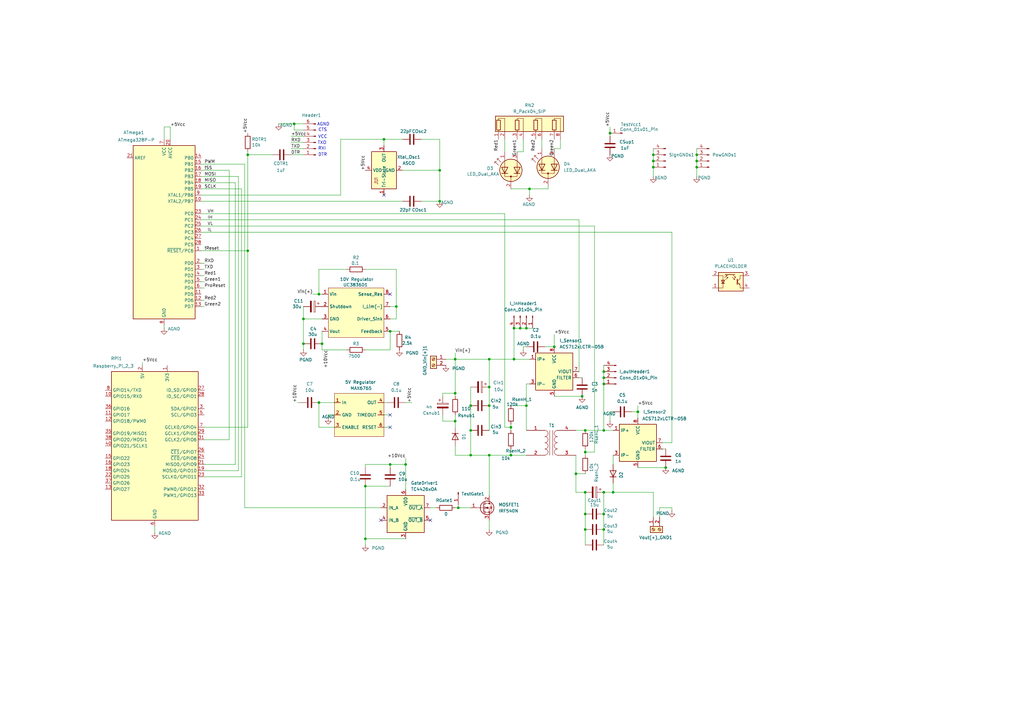
<source format=kicad_sch>
(kicad_sch (version 20250114) (generator "eeschema") (generator_version "9.0")
  (paper "A3")
  (title_block (title "EV Microgrid Flyback Converter") (company "Cal Poly, Senior Project"))
  (lib_symbols
    (symbol "C_1" (pin_numbers (hide yes)) (pin_names (offset 0.254))
      (property "Reference" "C" (at 0.635 2.54 0))
      (property "Value" "C" (at 0.635 -2.54 0))
      (symbol "C_1_1_1"
        (pin passive line (at 0 3.81 270) (length 2.794) (name "~") (number "1"))
        (pin passive line (at 0 -3.81 90) (length 2.794) (name "~") (number "2"))
      )
    )
    (symbol "Connector:Conn_01x01_Pin" (pin_names (offset 1.016) (hide yes))
      (property "Reference" "J" (at 0 2.54 0))
      (property "Value" "Conn_01x01_Pin" (at 0 -2.54 0))
      (symbol "Conn_01x01_Pin_1_1"
        (pin passive line (at 5.08 0 180) (length 3.81) (name "Pin_1") (number "1"))
      )
    )
    (symbol "Connector:Conn_01x04_Pin" (pin_names (offset 1.016) (hide yes))
      (property "Reference" "J" (at 0 5.08 0))
      (property "Value" "Conn_01x04_Pin" (at 0 -7.62 0))
      (symbol "Conn_01x04_Pin_1_1"
        (pin passive line (at 5.08 2.54 180) (length 3.81) (name "Pin_1") (number "1"))
        (pin passive line (at 5.08 0 180) (length 3.81) (name "Pin_2") (number "2"))
        (pin passive line (at 5.08 -2.54 180) (length 3.81) (name "Pin_3") (number "3"))
        (pin passive line (at 5.08 -5.08 180) (length 3.81) (name "Pin_4") (number "4"))
      )
    )
    (symbol "Connector:Raspberry_Pi_2_3"
      (property "Reference" "J" (at -17.78 31.75 0))
      (property "Value" "Raspberry_Pi_2_3" (at 10.16 -31.75 0))
      (symbol "Raspberry_Pi_2_3_1_1"
        (pin bidirectional line (at -20.32 22.86 0) (length 2.54) (name "GPIO14/TXD") (number "8"))
        (pin bidirectional line (at -20.32 20.32 0) (length 2.54) (name "GPIO15/RXD") (number "10"))
        (pin bidirectional line (at -20.32 15.24 0) (length 2.54) (name "GPIO16") (number "36"))
        (pin bidirectional line (at -20.32 12.7 0) (length 2.54) (name "GPIO17") (number "11"))
        (pin bidirectional line (at -20.32 10.16 0) (length 2.54) (name "GPIO18/PWM0") (number "12"))
        (pin bidirectional line (at -20.32 5.08 0) (length 2.54) (name "GPIO19/MISO1") (number "35"))
        (pin bidirectional line (at -20.32 2.54 0) (length 2.54) (name "GPIO20/MOSI1") (number "38"))
        (pin bidirectional line (at -20.32 0 0) (length 2.54) (name "GPIO21/SCLK1") (number "40"))
        (pin bidirectional line (at -20.32 -5.08 0) (length 2.54) (name "GPIO22") (number "15"))
        (pin bidirectional line (at -20.32 -7.62 0) (length 2.54) (name "GPIO23") (number "16"))
        (pin bidirectional line (at -20.32 -10.16 0) (length 2.54) (name "GPIO24") (number "18"))
        (pin bidirectional line (at -20.32 -12.7 0) (length 2.54) (name "GPIO25") (number "22"))
        (pin bidirectional line (at -20.32 -15.24 0) (length 2.54) (name "GPIO26") (number "37"))
        (pin bidirectional line (at -20.32 -17.78 0) (length 2.54) (name "GPIO27") (number "13"))
        (pin power_in line (at -5.08 33.02 270) (length 2.54) (name "5V") (number "2"))
        (pin passive line (at -5.08 33.02 270) (length 2.54) (hide yes) (name "5V") (number "4"))
        (pin passive line (at 0 -33.02 90) (length 2.54) (hide yes) (name "GND") (number "14"))
        (pin passive line (at 0 -33.02 90) (length 2.54) (hide yes) (name "GND") (number "20"))
        (pin passive line (at 0 -33.02 90) (length 2.54) (hide yes) (name "GND") (number "25"))
        (pin passive line (at 0 -33.02 90) (length 2.54) (hide yes) (name "GND") (number "30"))
        (pin passive line (at 0 -33.02 90) (length 2.54) (hide yes) (name "GND") (number "34"))
        (pin passive line (at 0 -33.02 90) (length 2.54) (hide yes) (name "GND") (number "39"))
        (pin power_in line (at 0 -33.02 90) (length 2.54) (name "GND") (number "6"))
        (pin passive line (at 0 -33.02 90) (length 2.54) (hide yes) (name "GND") (number "9"))
        (pin power_in line (at 5.08 33.02 270) (length 2.54) (name "3V3") (number "1"))
        (pin passive line (at 5.08 33.02 270) (length 2.54) (hide yes) (name "3V3") (number "17"))
        (pin bidirectional line (at 20.32 22.86 180) (length 2.54) (name "ID_SD/GPIO0") (number "27"))
        (pin bidirectional line (at 20.32 20.32 180) (length 2.54) (name "ID_SC/GPIO1") (number "28"))
        (pin bidirectional line (at 20.32 15.24 180) (length 2.54) (name "SDA/GPIO2") (number "3"))
        (pin bidirectional line (at 20.32 12.7 180) (length 2.54) (name "SCL/GPIO3") (number "5"))
        (pin bidirectional line (at 20.32 7.62 180) (length 2.54) (name "GCLK0/GPIO4") (number "7"))
        (pin bidirectional line (at 20.32 5.08 180) (length 2.54) (name "GCLK1/GPIO5") (number "29"))
        (pin bidirectional line (at 20.32 2.54 180) (length 2.54) (name "GCLK2/GPIO6") (number "31"))
        (pin bidirectional line (at 20.32 -2.54 180) (length 2.54) (name "~{CE1}/GPIO7") (number "26"))
        (pin bidirectional line (at 20.32 -5.08 180) (length 2.54) (name "~{CE0}/GPIO8") (number "24"))
        (pin bidirectional line (at 20.32 -7.62 180) (length 2.54) (name "MISO0/GPIO9") (number "21"))
        (pin bidirectional line (at 20.32 -10.16 180) (length 2.54) (name "MOSI0/GPIO10") (number "19"))
        (pin bidirectional line (at 20.32 -12.7 180) (length 2.54) (name "SCLK0/GPIO11") (number "23"))
        (pin bidirectional line (at 20.32 -17.78 180) (length 2.54) (name "PWM0/GPIO12") (number "32"))
        (pin bidirectional line (at 20.32 -20.32 180) (length 2.54) (name "PWM1/GPIO13") (number "33"))
      )
    )
    (symbol "Connector:Screw_Terminal_01x02" (pin_names (offset 1.016) (hide yes))
      (property "Reference" "J" (at 0 2.54 0))
      (property "Value" "Screw_Terminal_01x02" (at 0 -5.08 0))
      (symbol "Screw_Terminal_01x02_1_1"
        (pin passive line (at -5.08 0 0) (length 3.81) (name "Pin_1") (number "1"))
        (pin passive line (at -5.08 -2.54 0) (length 3.81) (name "Pin_2") (number "2"))
      )
    )
    (symbol "Device:C" (pin_numbers (hide yes)) (pin_names (offset 0.254))
      (property "Reference" "C" (at 0.635 2.54 0))
      (property "Value" "C" (at 0.635 -2.54 0))
      (symbol "C_1_1"
        (pin passive line (at 0 3.81 270) (length 2.794) (name "~") (number "1"))
        (pin passive line (at 0 -3.81 90) (length 2.794) (name "~") (number "2"))
      )
    )
    (symbol "Device:C_Polarized" (pin_numbers (hide yes)) (pin_names (offset 0.254))
      (property "Reference" "C" (at 0.635 2.54 0))
      (property "Value" "C_Polarized" (at 0.635 -2.54 0))
      (symbol "C_Polarized_1_1"
        (pin passive line (at 0 3.81 270) (length 2.794) (name "~") (number "1"))
        (pin passive line (at 0 -3.81 90) (length 2.794) (name "~") (number "2"))
      )
    )
    (symbol "Device:D" (pin_numbers (hide yes)) (pin_names (offset 1.016) (hide yes))
      (property "Reference" "D" (at 0 2.54 0))
      (property "Value" "D" (at 0 -2.54 0))
      (symbol "D_1_1"
        (pin passive line (at -3.81 0 0) (length 2.54) (name "K") (number "1"))
        (pin passive line (at 3.81 0 180) (length 2.54) (name "A") (number "2"))
      )
    )
    (symbol "Device:LED_Dual_AKA" (pin_names (offset 0) (hide yes))
      (property "Reference" "D" (at 0 5.715 0))
      (property "Value" "LED_Dual_AKA" (at 0 -6.35 0))
      (symbol "LED_Dual_AKA_1_1"
        (pin input line (at -7.62 0 0) (length 3.048) (name "K") (number "2"))
        (pin input line (at 7.62 2.54 180) (length 3.81) (name "A1") (number "1"))
        (pin input line (at 7.62 -2.54 180) (length 3.81) (name "A2") (number "3"))
      )
    )
    (symbol "Device:R" (pin_numbers (hide yes)) (pin_names (offset 0))
      (property "Reference" "R" (at 2.032 0 90))
      (property "Value" "R" (at 0 0 90))
      (symbol "R_1_1"
        (pin passive line (at 0 3.81 270) (length 1.27) (name "~") (number "1"))
        (pin passive line (at 0 -3.81 90) (length 1.27) (name "~") (number "2"))
      )
    )
    (symbol "Device:R_Pack04_SIP" (pin_names (offset 0) (hide yes))
      (property "Reference" "RN" (at -15.24 0 90))
      (property "Value" "R_Pack04_SIP" (at 15.24 0 90))
      (symbol "R_Pack04_SIP_1_1"
        (pin passive line (at -12.7 -5.08 90) (length 3.81) (name "R1.1") (number "1"))
        (pin passive line (at -10.16 -5.08 90) (length 3.81) (name "R1.2") (number "2"))
        (pin passive line (at -5.08 -5.08 90) (length 3.81) (name "R2.1") (number "3"))
        (pin passive line (at -2.54 -5.08 90) (length 3.81) (name "R2.2") (number "4"))
        (pin passive line (at 2.54 -5.08 90) (length 3.81) (name "R3.1") (number "5"))
        (pin passive line (at 5.08 -5.08 90) (length 3.81) (name "R3.2") (number "6"))
        (pin passive line (at 10.16 -5.08 90) (length 3.81) (name "R4.1") (number "7"))
        (pin passive line (at 12.7 -5.08 90) (length 3.81) (name "R4.2") (number "8"))
      )
    )
    (symbol "Device:Transformer_1P_1S" (pin_names (offset 1.016) (hide yes))
      (property "Reference" "T" (at 0 6.35 0))
      (property "Value" "Transformer_1P_1S" (at 0 -7.62 0))
      (symbol "Transformer_1P_1S_1_1"
        (pin passive line (at -10.16 5.08 0) (length 7.62) (name "AA") (number "1"))
        (pin passive line (at -10.16 -5.08 0) (length 7.62) (name "AB") (number "2"))
        (pin passive line (at 10.16 5.08 180) (length 7.62) (name "SB") (number "4"))
        (pin passive line (at 10.16 -5.08 180) (length 7.62) (name "SA") (number "3"))
      )
    )
    (symbol "Driver_FET:TC4426xOA"
      (property "Reference" "U" (at -7.62 8.89 0))
      (property "Value" "TC4426xOA" (at 1.27 8.89 0))
      (symbol "TC4426xOA_1_1"
        (pin input line (at -10.16 2.54 0) (length 2.54) (name "IN_A") (number "2"))
        (pin input line (at -10.16 -2.54 0) (length 2.54) (name "IN_B") (number "4"))
        (pin no_connect line (at -7.62 0 0) (length 2.54) (hide yes) (name "NC") (number "1"))
        (pin power_in line (at 0 10.16 270) (length 2.54) (name "VDD") (number "6"))
        (pin power_in line (at 0 -10.16 90) (length 2.54) (name "GND") (number "3"))
        (pin no_connect line (at 7.62 0 180) (length 2.54) (hide yes) (name "NC") (number "8"))
        (pin output line (at 10.16 2.54 180) (length 2.54) (name "~{OUT_A}") (number "7"))
        (pin output line (at 10.16 -2.54 180) (length 2.54) (name "~{OUT_B}") (number "5"))
      )
    )
    (symbol "MCU_Microchip_ATmega:ATmega328P-P"
      (property "Reference" "U" (at -12.7 36.83 0))
      (property "Value" "ATmega328P-P" (at 2.54 -36.83 0))
      (symbol "ATmega328P-P_1_1"
        (pin passive line (at -15.24 30.48 0) (length 2.54) (name "AREF") (number "21"))
        (pin power_in line (at 0 38.1 270) (length 2.54) (name "VCC") (number "7"))
        (pin passive line (at 0 -38.1 90) (length 2.54) (hide yes) (name "GND") (number "22"))
        (pin power_in line (at 0 -38.1 90) (length 2.54) (name "GND") (number "8"))
        (pin power_in line (at 2.54 38.1 270) (length 2.54) (name "AVCC") (number "20"))
        (pin bidirectional line (at 15.24 30.48 180) (length 2.54) (name "PB0") (number "14"))
        (pin bidirectional line (at 15.24 27.94 180) (length 2.54) (name "PB1") (number "15"))
        (pin bidirectional line (at 15.24 25.4 180) (length 2.54) (name "PB2") (number "16"))
        (pin bidirectional line (at 15.24 22.86 180) (length 2.54) (name "PB3") (number "17"))
        (pin bidirectional line (at 15.24 20.32 180) (length 2.54) (name "PB4") (number "18"))
        (pin bidirectional line (at 15.24 17.78 180) (length 2.54) (name "PB5") (number "19"))
        (pin bidirectional line (at 15.24 15.24 180) (length 2.54) (name "XTAL1/PB6") (number "9"))
        (pin bidirectional line (at 15.24 12.7 180) (length 2.54) (name "XTAL2/PB7") (number "10"))
        (pin bidirectional line (at 15.24 7.62 180) (length 2.54) (name "PC0") (number "23"))
        (pin bidirectional line (at 15.24 5.08 180) (length 2.54) (name "PC1") (number "24"))
        (pin bidirectional line (at 15.24 2.54 180) (length 2.54) (name "PC2") (number "25"))
        (pin bidirectional line (at 15.24 0 180) (length 2.54) (name "PC3") (number "26"))
        (pin bidirectional line (at 15.24 -2.54 180) (length 2.54) (name "PC4") (number "27"))
        (pin bidirectional line (at 15.24 -5.08 180) (length 2.54) (name "PC5") (number "28"))
        (pin bidirectional line (at 15.24 -7.62 180) (length 2.54) (name "~{RESET}/PC6") (number "1"))
        (pin bidirectional line (at 15.24 -12.7 180) (length 2.54) (name "PD0") (number "2"))
        (pin bidirectional line (at 15.24 -15.24 180) (length 2.54) (name "PD1") (number "3"))
        (pin bidirectional line (at 15.24 -17.78 180) (length 2.54) (name "PD2") (number "4"))
        (pin bidirectional line (at 15.24 -20.32 180) (length 2.54) (name "PD3") (number "5"))
        (pin bidirectional line (at 15.24 -22.86 180) (length 2.54) (name "PD4") (number "6"))
        (pin bidirectional line (at 15.24 -25.4 180) (length 2.54) (name "PD5") (number "11"))
        (pin bidirectional line (at 15.24 -27.94 180) (length 2.54) (name "PD6") (number "12"))
        (pin bidirectional line (at 15.24 -30.48 180) (length 2.54) (name "PD7") (number "13"))
      )
    )
    (symbol "New_Library:MAX6765"
      (property "Reference" "MAX6765" (at 0.762 0.762 0))
      (property "Value" "5V Regulator" (at 0.508 3.302 0))
      (symbol "MAX6765_1_1"
        (pin input line (at -10.16 -5.08 0) (length 2.54) (name "In") (number "1"))
        (pin input line (at -10.16 -10.16 0) (length 2.54) (name "GND") (number "2"))
        (pin input line (at -10.16 -15.24 0) (length 2.54) (name "ENABLE") (number "3"))
        (pin input line (at 10.16 -5.08 180) (length 2.54) (name "OUT") (number "4"))
        (pin input line (at 10.16 -10.16 180) (length 2.54) (name "TIMEOUT") (number "5"))
        (pin input line (at 10.16 -15.24 180) (length 2.54) (name "RESET") (number "6"))
      )
    )
    (symbol "Oscillator:ASCO"
      (property "Reference" "Y" (at -7.62 6.35 0))
      (property "Value" "ASCO" (at 1.27 -6.35 0))
      (symbol "ASCO_1_1"
        (pin input line (at -10.16 0 0) (length 2.54) (name "Tri-State") (number "1"))
        (pin power_in line (at 0 7.62 270) (length 2.54) (name "VDD") (number "4"))
        (pin power_in line (at 0 -7.62 90) (length 2.54) (name "GND") (number "2"))
        (pin output line (at 10.16 0 180) (length 2.54) (name "OUT") (number "3"))
      )
    )
    (symbol "Regulator:UC2836D"
      (property "Reference" "UC2836D" (at 0 0 0))
      (symbol "UC2836D_1_1"
        (pin input line (at -13.97 -3.81 0) (length 2.54) (name "Vin") (number "1"))
        (pin input line (at -13.97 -8.89 0) (length 2.54) (name "Shutdown") (number "2"))
        (pin output line (at -13.97 -13.97 0) (length 2.54) (name "GND") (number "3"))
        (pin output line (at -13.97 -19.05 0) (length 2.54) (name "Vout") (number "4"))
        (pin unspecified line (at 13.97 -3.81 180) (length 2.54) (name "Sense_Res") (number "8"))
        (pin output line (at 13.97 -8.89 180) (length 2.54) (name "I_Lim(-)") (number "7"))
        (pin input line (at 13.97 -13.97 180) (length 2.54) (name "Driver_Sink") (number "6"))
        (pin input line (at 13.97 -19.05 180) (length 2.54) (name "Feedback") (number "5"))
      )
    )
    (symbol "Sensor_Current:ACS712xLCTR-05B"
      (property "Reference" "U" (at 2.54 11.43 0))
      (property "Value" "ACS712xLCTR-05B" (at 2.54 8.89 0))
      (symbol "ACS712xLCTR-05B_1_1"
        (pin passive line (at -10.16 5.08 0) (length 2.54) (name "IP+") (number "1"))
        (pin passive line (at -10.16 5.08 0) (length 2.54) (hide yes) (name "IP+") (number "2"))
        (pin passive line (at -10.16 -5.08 0) (length 2.54) (name "IP-") (number "3"))
        (pin passive line (at -10.16 -5.08 0) (length 2.54) (hide yes) (name "IP-") (number "4"))
        (pin power_in line (at 0 10.16 270) (length 2.54) (name "VCC") (number "8"))
        (pin power_in line (at 0 -10.16 90) (length 2.54) (name "GND") (number "5"))
        (pin output line (at 10.16 0 180) (length 2.54) (name "VIOUT") (number "7"))
        (pin passive line (at 10.16 -2.54 180) (length 2.54) (name "FILTER") (number "6"))
      )
    )
    (symbol "Sensor_Proximity:ITR8307" (pin_names (offset 0.0254) (hide yes))
      (property "Reference" "U" (at -5.08 5.08 0))
      (property "Value" "ITR8307" (at 7.62 5.08 0))
      (symbol "ITR8307_1_1"
        (pin passive line (at -7.62 2.54 0) (length 2.54) (name "A") (number "2"))
        (pin passive line (at -7.62 -2.54 0) (length 2.54) (name "K") (number "1"))
        (pin open_collector line (at 7.62 2.54 180) (length 2.54) (name "C") (number "3"))
        (pin open_emitter line (at 7.62 -2.54 180) (length 2.54) (name "E") (number "4"))
      )
    )
    (symbol "Transistor_FET:IRF540N" (pin_names (hide yes))
      (property "Reference" "Q" (at 5.08 1.905 0))
      (property "Value" "IRF540N" (at 5.08 0 0))
      (symbol "IRF540N_1_1"
        (pin input line (at -5.08 0 0) (length 2.54) (name "G") (number "1"))
        (pin passive line (at 2.54 5.08 270) (length 2.54) (name "D") (number "2"))
        (pin passive line (at 2.54 -5.08 90) (length 2.54) (name "S") (number "3"))
      )
    )
    (symbol "conn_01x06_male:Conn_01x06_Male" (pin_names (offset 1.016) (hide yes))
      (property "Reference" "HeaderFTDI1" (at -6.35 -1.524 0))
      (property "Value" "Conn_01x06_Male" (at -6.35 -3.8354 0))
      (symbol "Conn_01x06_Male_1_1"
        (pin passive line (at 5.08 5.08 180) (length 3.81) (name "Pin_1") (number "1"))
        (pin passive line (at 5.08 2.54 180) (length 3.81) (name "Pin_2") (number "2"))
        (pin passive line (at 5.08 0 180) (length 3.81) (name "Pin_3") (number "3"))
        (pin passive line (at 5.08 -2.54 180) (length 3.81) (name "Pin_4") (number "4"))
        (pin passive line (at 5.08 -5.08 180) (length 3.81) (name "Pin_5") (number "5"))
        (pin passive line (at 5.08 -7.62 180) (length 3.81) (name "Pin_6") (number "6"))
      )
    )
    (symbol "power:GND" (power) (pin_numbers (hide yes)) (pin_names (offset 0) (hide yes))
      (property "Value" "GND" (at 0 -3.81 0))
      (symbol "GND_1_1"
        (pin power_in line (at 0 0 270) (length 0) (name "~") (number "1"))
      )
    )
  )
  (text "AGND\n\n" (at 132.588 52.07 0) (effects (font (size 1.27 1.27))))
  (text "VCC" (at 132.334 56.134 0) (effects (font (size 1.27 1.27))))
  (text "RXI\n" (at 132.08 60.96 0) (effects (font (size 1.27 1.27))))
  (text "CTS\n" (at 132.334 53.34 0) (effects (font (size 1.27 1.27))))
  (text "TXO\n\n" (at 132.08 59.69 0) (effects (font (size 1.27 1.27))))
  (text "DTR\n" (at 132.334 63.5 0) (effects (font (size 1.27 1.27))))
  (junction (at 285.75 68.58))
  (junction (at 187.96 208.28))
  (junction (at 209.55 175.26))
  (junction (at 193.04 166.37))
  (junction (at 217.17 77.47))
  (junction (at 285.75 63.5))
  (junction (at 247.65 201.93))
  (junction (at 285.75 66.04))
  (junction (at 240.03 185.42))
  (junction (at 200.66 186.69))
  (junction (at 247.65 210.82))
  (junction (at 186.69 172.72))
  (junction (at 238.76 162.56))
  (junction (at 247.65 154.94))
  (junction (at 273.05 191.77))
  (junction (at 130.81 165.1))
  (junction (at 247.65 176.53))
  (junction (at 250.19 54.61))
  (junction (at 215.9 166.37))
  (junction (at 210.82 134.62))
  (junction (at 240.03 217.17))
  (junction (at 240.03 176.53))
  (junction (at 120.65 50.8))
  (junction (at 240.03 210.82))
  (junction (at 160.02 135.89))
  (junction (at 267.97 66.04))
  (junction (at 124.46 130.81))
  (junction (at 213.36 134.62))
  (junction (at 180.34 69.85))
  (junction (at 240.03 201.93))
  (junction (at 227.33 142.24))
  (junction (at 101.6 63.5))
  (junction (at 186.69 147.32))
  (junction (at 157.48 57.15))
  (junction (at 261.62 168.91))
  (junction (at 236.22 194.31))
  (junction (at 247.65 157.48))
  (junction (at 251.46 201.93))
  (junction (at 130.81 120.65))
  (junction (at 149.86 199.39))
  (junction (at 101.6 102.87))
  (junction (at 267.97 68.58))
  (junction (at 215.9 134.62))
  (junction (at 186.69 161.29))
  (junction (at 166.37 190.5))
  (junction (at 149.86 220.98))
  (junction (at 210.82 147.32))
  (junction (at 267.97 63.5))
  (junction (at 193.04 176.53))
  (junction (at 200.66 166.37))
  (junction (at 247.65 152.4))
  (junction (at 200.66 158.75))
  (junction (at 162.56 125.73))
  (junction (at 200.66 147.32))
  (junction (at 132.08 140.97))
  (junction (at 209.55 186.69))
  (junction (at 180.34 82.55))
  (junction (at 160.02 190.5))
  (junction (at 193.04 186.69))
  (junction (at 124.46 140.97))
  (junction (at 247.65 217.17))
  (no_connect (at 160.02 120.65))
  (no_connect (at 160.02 175.26))
  (no_connect (at 176.53 213.36))
  (no_connect (at 156.21 213.36))
  (no_connect (at 157.48 80.01))
  (no_connect (at 160.02 170.18))
  (wire (pts (xy 130.81 175.26) (xy 130.81 165.1)))
  (wire (pts (xy 209.55 166.37) (xy 215.9 166.37)))
  (wire (pts (xy 217.17 77.47) (xy 217.17 80.01)))
  (wire (pts (xy 149.86 199.39) (xy 160.02 199.39)))
  (wire (pts (xy 101.6 63.5) (xy 111.76 63.5)))
  (wire (pts (xy 182.88 147.32) (xy 186.69 147.32)))
  (wire (pts (xy 67.31 133.35) (xy 67.31 134.62)))
  (wire (pts (xy 247.65 157.48) (xy 247.65 176.53)))
  (wire (pts (xy 261.62 191.77) (xy 273.05 191.77)))
  (wire (pts (xy 119.38 63.5) (xy 124.46 63.5)))
  (wire (pts (xy 209.55 173.99) (xy 209.55 175.26)))
  (wire (pts (xy 162.56 130.81) (xy 162.56 125.73)))
  (wire (pts (xy 181.61 161.29) (xy 186.69 161.29)))
  (wire (pts (xy 120.65 50.8) (xy 120.65 53.34)))
  (wire (pts (xy 67.31 57.15) (xy 67.31 52.07)))
  (wire (pts (xy 67.31 52.07) (xy 69.85 52.07)))
  (wire (pts (xy 96.52 74.93) (xy 82.55 74.93)))
  (wire (pts (xy 267.97 66.04) (xy 267.97 68.58)))
  (wire (pts (xy 139.7 57.15) (xy 139.7 80.01)))
  (wire (pts (xy 200.66 147.32) (xy 210.82 147.32)))
  (wire (pts (xy 82.55 118.11) (xy 83.82 118.11)))
  (wire (pts (xy 130.81 120.65) (xy 130.81 110.49)))
  (wire (pts (xy 162.56 125.73) (xy 160.02 125.73)))
  (wire (pts (xy 243.84 185.42) (xy 240.03 185.42)))
  (wire (pts (xy 157.48 165.1) (xy 158.75 165.1)))
  (wire (pts (xy 186.69 172.72) (xy 186.69 170.18)))
  (wire (pts (xy 82.55 87.63) (xy 207.01 87.63)))
  (wire (pts (xy 224.79 77.47) (xy 224.79 76.2)))
  (wire (pts (xy 193.04 166.37) (xy 193.04 176.53)))
  (wire (pts (xy 83.82 193.04) (xy 97.79 193.04)))
  (wire (pts (xy 210.82 134.62) (xy 210.82 147.32)))
  (wire (pts (xy 128.27 120.65) (xy 130.81 120.65)))
  (wire (pts (xy 82.55 123.19) (xy 83.82 123.19)))
  (wire (pts (xy 236.22 201.93) (xy 240.03 201.93)))
  (wire (pts (xy 207.01 87.63) (xy 207.01 175.26)))
  (wire (pts (xy 97.79 193.04) (xy 97.79 72.39)))
  (wire (pts (xy 236.22 186.69) (xy 236.22 194.31)))
  (wire (pts (xy 187.96 208.28) (xy 193.04 208.28)))
  (wire (pts (xy 132.08 143.51) (xy 142.24 143.51)))
  (wire (pts (xy 130.81 110.49) (xy 142.24 110.49)))
  (wire (pts (xy 240.03 217.17) (xy 240.03 223.52)))
  (wire (pts (xy 193.04 176.53) (xy 193.04 186.69)))
  (wire (pts (xy 285.75 68.58) (xy 285.75 72.39)))
  (wire (pts (xy 209.55 175.26) (xy 209.55 176.53)))
  (wire (pts (xy 250.19 54.61) (xy 250.19 55.88)))
  (wire (pts (xy 166.37 190.5) (xy 166.37 187.96)))
  (wire (pts (xy 82.55 82.55) (xy 165.1 82.55)))
  (wire (pts (xy 83.82 175.26) (xy 101.6 175.26)))
  (wire (pts (xy 193.04 158.75) (xy 193.04 166.37)))
  (wire (pts (xy 99.06 77.47) (xy 82.55 77.47)))
  (wire (pts (xy 223.52 142.24) (xy 227.33 142.24)))
  (wire (pts (xy 247.65 176.53) (xy 251.46 176.53)))
  (wire (pts (xy 186.69 161.29) (xy 186.69 147.32)))
  (wire (pts (xy 132.08 140.97) (xy 132.08 143.51)))
  (wire (pts (xy 157.48 57.15) (xy 157.48 59.69)))
  (wire (pts (xy 270.51 208.28) (xy 270.51 212.09)))
  (wire (pts (xy 124.46 125.73) (xy 124.46 130.81)))
  (wire (pts (xy 100.33 208.28) (xy 156.21 208.28)))
  (wire (pts (xy 247.65 149.86) (xy 247.65 152.4)))
  (wire (pts (xy 247.65 210.82) (xy 247.65 201.93)))
  (wire (pts (xy 247.65 152.4) (xy 247.65 154.94)))
  (wire (pts (xy 267.97 201.93) (xy 251.46 201.93)))
  (wire (pts (xy 82.55 110.49) (xy 83.82 110.49)))
  (wire (pts (xy 247.65 201.93) (xy 251.46 201.93)))
  (wire (pts (xy 162.56 110.49) (xy 162.56 125.73)))
  (wire (pts (xy 236.22 176.53) (xy 240.03 176.53)))
  (wire (pts (xy 82.55 107.95) (xy 83.82 107.95)))
  (wire (pts (xy 186.69 162.56) (xy 186.69 161.29)))
  (wire (pts (xy 149.86 110.49) (xy 162.56 110.49)))
  (wire (pts (xy 121.92 165.1) (xy 123.19 165.1)))
  (wire (pts (xy 214.63 142.24) (xy 214.63 143.51)))
  (wire (pts (xy 101.6 62.23) (xy 101.6 63.5)))
  (wire (pts (xy 82.55 102.87) (xy 101.6 102.87)))
  (wire (pts (xy 251.46 168.91) (xy 250.19 168.91)))
  (wire (pts (xy 285.75 63.5) (xy 285.75 66.04)))
  (wire (pts (xy 250.19 168.91) (xy 250.19 172.72)))
  (wire (pts (xy 101.6 102.87) (xy 101.6 63.5)))
  (wire (pts (xy 247.65 217.17) (xy 247.65 210.82)))
  (wire (pts (xy 82.55 92.71) (xy 243.84 92.71)))
  (wire (pts (xy 271.78 181.61) (xy 275.59 181.61)))
  (wire (pts (xy 237.49 152.4) (xy 237.49 90.17)))
  (wire (pts (xy 236.22 194.31) (xy 240.03 194.31)))
  (wire (pts (xy 222.25 57.15) (xy 222.25 60.96)))
  (wire (pts (xy 227.33 137.16) (xy 227.33 142.24)))
  (wire (pts (xy 120.65 50.8) (xy 124.46 50.8)))
  (wire (pts (xy 209.55 184.15) (xy 209.55 186.69)))
  (wire (pts (xy 58.42 148.59) (xy 58.42 149.86)))
  (wire (pts (xy 82.55 69.85) (xy 93.98 69.85)))
  (wire (pts (xy 207.01 57.15) (xy 207.01 62.23)))
  (wire (pts (xy 82.55 95.25) (xy 275.59 95.25)))
  (wire (pts (xy 160.02 135.89) (xy 163.83 135.89)))
  (wire (pts (xy 200.66 158.75) (xy 200.66 166.37)))
  (wire (pts (xy 97.79 72.39) (xy 82.55 72.39)))
  (wire (pts (xy 139.7 57.15) (xy 157.48 57.15)))
  (wire (pts (xy 259.08 168.91) (xy 261.62 168.91)))
  (wire (pts (xy 139.7 80.01) (xy 82.55 80.01)))
  (wire (pts (xy 119.38 60.96) (xy 124.46 60.96)))
  (wire (pts (xy 63.5 215.9) (xy 63.5 218.44)))
  (wire (pts (xy 267.97 60.96) (xy 267.97 63.5)))
  (wire (pts (xy 209.55 186.69) (xy 200.66 186.69)))
  (wire (pts (xy 267.97 201.93) (xy 267.97 212.09)))
  (wire (pts (xy 186.69 144.78) (xy 186.69 147.32)))
  (wire (pts (xy 215.9 157.48) (xy 215.9 166.37)))
  (wire (pts (xy 285.75 60.96) (xy 285.75 63.5)))
  (wire (pts (xy 119.38 55.88) (xy 124.46 55.88)))
  (wire (pts (xy 209.55 77.47) (xy 217.17 77.47)))
  (wire (pts (xy 181.61 170.18) (xy 181.61 172.72)))
  (wire (pts (xy 247.65 154.94) (xy 247.65 157.48)))
  (wire (pts (xy 210.82 134.62) (xy 213.36 134.62)))
  (wire (pts (xy 180.34 57.15) (xy 180.34 69.85)))
  (wire (pts (xy 237.49 90.17) (xy 82.55 90.17)))
  (wire (pts (xy 119.38 58.42) (xy 124.46 58.42)))
  (wire (pts (xy 100.33 67.31) (xy 100.33 208.28)))
  (wire (pts (xy 186.69 175.26) (xy 186.69 172.72)))
  (wire (pts (xy 137.16 165.1) (xy 130.81 165.1)))
  (wire (pts (xy 217.17 77.47) (xy 224.79 77.47)))
  (wire (pts (xy 160.02 170.18) (xy 157.48 170.18)))
  (wire (pts (xy 207.01 175.26) (xy 209.55 175.26)))
  (wire (pts (xy 181.61 162.56) (xy 181.61 161.29)))
  (wire (pts (xy 176.53 208.28) (xy 179.07 208.28)))
  (wire (pts (xy 124.46 130.81) (xy 132.08 130.81)))
  (wire (pts (xy 270.51 208.28) (xy 275.59 208.28)))
  (wire (pts (xy 227.33 60.96) (xy 229.87 60.96)))
  (wire (pts (xy 82.55 67.31) (xy 100.33 67.31)))
  (wire (pts (xy 215.9 142.24) (xy 214.63 142.24)))
  (wire (pts (xy 160.02 190.5) (xy 160.02 191.77)))
  (wire (pts (xy 157.48 57.15) (xy 165.1 57.15)))
  (wire (pts (xy 247.65 223.52) (xy 247.65 217.17)))
  (wire (pts (xy 149.86 220.98) (xy 149.86 223.52)))
  (wire (pts (xy 229.87 57.15) (xy 229.87 60.96)))
  (wire (pts (xy 124.46 143.51) (xy 124.46 140.97)))
  (wire (pts (xy 82.55 115.57) (xy 83.82 115.57)))
  (wire (pts (xy 200.66 213.36) (xy 200.66 217.17)))
  (wire (pts (xy 267.97 68.58) (xy 267.97 72.39)))
  (wire (pts (xy 160.02 130.81) (xy 162.56 130.81)))
  (wire (pts (xy 82.55 113.03) (xy 83.82 113.03)))
  (wire (pts (xy 217.17 157.48) (xy 215.9 157.48)))
  (wire (pts (xy 240.03 210.82) (xy 240.03 217.17)))
  (wire (pts (xy 200.66 147.32) (xy 200.66 158.75)))
  (wire (pts (xy 243.84 92.71) (xy 243.84 185.42)))
  (wire (pts (xy 240.03 185.42) (xy 240.03 184.15)))
  (wire (pts (xy 187.96 207.01) (xy 187.96 208.28)))
  (wire (pts (xy 166.37 165.1) (xy 168.91 165.1)))
  (wire (pts (xy 215.9 166.37) (xy 215.9 176.53)))
  (wire (pts (xy 134.62 170.18) (xy 137.16 170.18)))
  (wire (pts (xy 130.81 175.26) (xy 137.16 175.26)))
  (wire (pts (xy 96.52 190.5) (xy 96.52 74.93)))
  (wire (pts (xy 210.82 147.32) (xy 217.17 147.32)))
  (wire (pts (xy 200.66 166.37) (xy 200.66 176.53)))
  (wire (pts (xy 149.86 199.39) (xy 149.86 220.98)))
  (wire (pts (xy 180.34 69.85) (xy 180.34 82.55)))
  (wire (pts (xy 101.6 175.26) (xy 101.6 102.87)))
  (wire (pts (xy 186.69 186.69) (xy 186.69 182.88)))
  (wire (pts (xy 212.09 62.23) (xy 214.63 62.23)))
  (wire (pts (xy 251.46 201.93) (xy 251.46 198.12)))
  (wire (pts (xy 149.86 190.5) (xy 160.02 190.5)))
  (wire (pts (xy 186.69 186.69) (xy 193.04 186.69)))
  (wire (pts (xy 275.59 95.25) (xy 275.59 181.61)))
  (wire (pts (xy 251.46 186.69) (xy 251.46 190.5)))
  (wire (pts (xy 149.86 191.77) (xy 149.86 190.5)))
  (wire (pts (xy 83.82 190.5) (xy 96.52 190.5)))
  (wire (pts (xy 124.46 53.34) (xy 120.65 53.34)))
  (wire (pts (xy 93.98 180.34) (xy 83.82 180.34)))
  (wire (pts (xy 160.02 175.26) (xy 157.48 175.26)))
  (wire (pts (xy 186.69 147.32) (xy 200.66 147.32)))
  (wire (pts (xy 193.04 186.69) (xy 200.66 186.69)))
  (wire (pts (xy 124.46 130.81) (xy 124.46 140.97)))
  (wire (pts (xy 261.62 168.91) (xy 261.62 171.45)))
  (wire (pts (xy 166.37 190.5) (xy 160.02 190.5)))
  (wire (pts (xy 99.06 195.58) (xy 99.06 77.47)))
  (wire (pts (xy 240.03 176.53) (xy 247.65 176.53)))
  (wire (pts (xy 130.81 120.65) (xy 132.08 120.65)))
  (wire (pts (xy 93.98 180.34) (xy 93.98 69.85)))
  (wire (pts (xy 172.72 82.55) (xy 180.34 82.55)))
  (wire (pts (xy 261.62 166.37) (xy 261.62 168.91)))
  (wire (pts (xy 285.75 66.04) (xy 285.75 68.58)))
  (wire (pts (xy 186.69 208.28) (xy 187.96 208.28)))
  (wire (pts (xy 215.9 186.69) (xy 209.55 186.69)))
  (wire (pts (xy 82.55 125.73) (xy 83.82 125.73)))
  (wire (pts (xy 69.85 52.07) (xy 69.85 57.15)))
  (wire (pts (xy 165.1 69.85) (xy 180.34 69.85)))
  (wire (pts (xy 83.82 195.58) (xy 99.06 195.58)))
  (wire (pts (xy 267.97 63.5) (xy 267.97 66.04)))
  (wire (pts (xy 236.22 194.31) (xy 236.22 201.93)))
  (wire (pts (xy 114.3 50.8) (xy 120.65 50.8)))
  (wire (pts (xy 200.66 186.69) (xy 200.66 203.2)))
  (wire (pts (xy 240.03 186.69) (xy 240.03 185.42)))
  (wire (pts (xy 275.59 208.28) (xy 275.59 209.55)))
  (wire (pts (xy 134.62 170.18) (xy 134.62 171.45)))
  (wire (pts (xy 250.19 52.07) (xy 250.19 54.61)))
  (wire (pts (xy 215.9 134.62) (xy 218.44 134.62)))
  (wire (pts (xy 149.86 220.98) (xy 166.37 220.98)))
  (wire (pts (xy 240.03 201.93) (xy 240.03 210.82)))
  (wire (pts (xy 166.37 190.5) (xy 166.37 200.66)))
  (wire (pts (xy 213.36 134.62) (xy 215.9 134.62)))
  (wire (pts (xy 238.76 154.94) (xy 237.49 154.94)))
  (wire (pts (xy 214.63 57.15) (xy 214.63 62.23)))
  (wire (pts (xy 160.02 143.51) (xy 160.02 135.89)))
  (wire (pts (xy 227.33 162.56) (xy 238.76 162.56)))
  (wire (pts (xy 273.05 184.15) (xy 271.78 184.15)))
  (wire (pts (xy 181.61 172.72) (xy 186.69 172.72)))
  (wire (pts (xy 149.86 143.51) (xy 160.02 143.51)))
  (wire (pts (xy 132.08 135.89) (xy 132.08 140.97)))
  (wire (pts (xy 180.34 57.15) (xy 172.72 57.15)))
  (label "VL" (at 85.09 92.71 0))
  (label "Vin(+)" (at 186.69 144.78 0))
  (label "Red1" (at 204.47 57.15 270))
  (label "SCLK" (at 83.82 77.47 0))
  (label "PWM" (at 83.82 67.31 0))
  (label "RXD" (at 119.38 58.42 0))
  (label "Red1" (at 83.82 113.03 0))
  (label "Red2" (at 219.71 57.15 270))
  (label "+5Vcc" (at 168.91 165.1 90))
  (label "Vin(+)" (at 128.27 120.65 180))
  (label "ProReset" (at 83.82 118.11 0))
  (label "+5Vcc" (at 58.42 148.59 0))
  (label "MOSI" (at 83.82 72.39 0))
  (label "!SS" (at 83.82 69.85 0))
  (label "+10Vcc" (at 121.92 165.1 90))
  (label "+5Vcc" (at 149.86 69.85 90))
  (label "DTR" (at 119.38 63.5 0))
  (label "Green1" (at 83.82 115.57 0))
  (label "+5Vcc" (at 250.19 52.07 90))
  (label "MISO" (at 83.82 74.93 0))
  (label "RXD" (at 83.82 107.95 0))
  (label "IL" (at 85.09 95.25 0))
  (label "Green1" (at 212.09 57.15 270))
  (label "VH" (at 85.09 87.63 0))
  (label "+5Vcc" (at 69.85 52.07 0))
  (label "Green2" (at 227.33 57.15 270))
  (label "+5Vcc" (at 261.62 166.37 0))
  (label "Green2" (at 83.82 125.73 0))
  (label "!Reset" (at 83.82 102.87 0))
  (label "+10Vcc" (at 166.37 187.96 180))
  (label "+5Vcc" (at 227.33 137.16 0))
  (label "+5Vcc" (at 101.6 54.61 90))
  (label "IH" (at 85.09 90.17 0))
  (label "TXD" (at 83.82 110.49 0))
  (label "TXD" (at 119.38 60.96 0))
  (label "Red2" (at 83.82 123.19 0))
  (label "+10Vcc" (at 134.62 143.51 270))
  (label "+5Vcc" (at 119.38 55.88 0))
  (symbol (lib_id "power:GND") (at 275.59 209.55 0) (unit 1)
    (property "Reference" "#PWR021" (effects (hide yes)))
    (property "Value" "PGND" (at 271.78 210.566 0))
    (property "Description" "Power symbol creates a global label with name \"GND\" , ground" (effects (hide yes)))
  )
  (symbol (lib_id "Device:C") (at 196.85 176.53 270) (unit 1)
    (property "Reference" "Cin3" (at 203.454 175.006 90))
    (property "Value" "5u" (at 203.2 177.292 90))
    (property "Footprint" "Capacitor_SMD:C_0805_2012Metric" (effects (hide yes)))
    (property "Datasheet" "https://mm.digikey.com/Volume0/opasdata/d220001/medias/docus/41/CL21A475KAQNNNE_Spec.pdf" (effects (hide yes)))
    (property "Description" "Unpolarized capacitor" (effects (hide yes)))
  )
  (symbol (lib_id "power:GND") (at 273.05 191.77 0) (unit 1)
    (property "Reference" "#PWR06" (effects (hide yes)))
    (property "Value" "AGND" (at 275.59 193.0399 0) (effects (justify left)))
    (property "Description" "Power symbol creates a global label with name \"GND\" , ground" (effects (hide yes)))
  )
  (symbol (lib_id "power:GND") (at 238.76 162.56 0) (unit 1)
    (property "Reference" "#PWR04" (effects (hide yes)))
    (property "Value" "AGND" (at 236.22 167.132 0) (effects (justify left)))
    (property "Description" "Power symbol creates a global label with name \"GND\" , ground" (effects (hide yes)))
  )
  (symbol (lib_id "power:GND") (at 67.31 134.62 0) (unit 1)
    (property "Reference" "#PWR011" (effects (hide yes)))
    (property "Value" "AGND" (at 71.374 134.874 0))
    (property "Description" "Power symbol creates a global label with name \"GND\" , ground" (effects (hide yes)))
  )
  (symbol (lib_id "Device:R") (at 209.55 170.18 180) (unit 1)
    (property "Reference" "RsenH_1" (at 218.186 163.83 0) (effects (justify left)))
    (property "Value" "120k" (at 212.598 165.862 0) (effects (justify left)))
    (property "Footprint" "Resistor_SMD:R_0805_2012Metric" (effects (hide yes)))
    (property "Datasheet" "https://www.vishay.com/docs/20035/dcrcwe3.pdf" (effects (hide yes)))
    (property "Description" "Resistor" (effects (hide yes)))
  )
  (symbol (lib_id "power:GND") (at 217.17 80.01 0) (unit 1)
    (property "Reference" "#PWR08" (effects (hide yes)))
    (property "Value" "AGND" (at 216.916 83.82 0))
    (property "Description" "Power symbol creates a global label with name \"GND\" , ground" (effects (hide yes)))
  )
  (symbol (lib_name "C_1") (lib_id "Device:C") (at 162.56 165.1 90) (unit 1)
    (property "Reference" "C8" (at 162.56 157.48 90))
    (property "Value" "0.1u" (at 162.56 160.02 90))
    (property "Footprint" "Capacitor_SMD:C_0805_2012Metric" (effects (hide yes)))
    (property "Datasheet" "https://www.yageo.com/upload/media/product/productsearch/datasheet/mlcc/UPY-GPHC_X7R_6.3V-to-250V_24.pdf" (effects (hide yes)))
    (property "Description" "Unpolarized capacitor" (effects (hide yes)))
  )
  (symbol (lib_id "Device:C") (at 168.91 57.15 270) (unit 1)
    (property "Reference" "COsc2" (at 168.91 53.848 90) (effects (justify left)))
    (property "Value" "22pF" (at 164.084 53.848 90) (effects (justify left)))
    (property "Footprint" "Capacitor_SMD:C_0201_0603Metric" (effects (hide yes)))
  )
  (symbol (lib_id "Connector:Conn_01x01_Pin") (at 187.96 201.93 270) (unit 1)
    (property "Reference" "TestGate1" (at 189.23 202.5649 90) (effects (justify left)))
    (property "Value" "Conn_01x01_Pin" (effects (hide yes)))
    (property "Footprint" "Connector_JST:JST_XH_B1B-XH-AM_1x01_P2.50mm_Vertical" (effects (hide yes)))
    (property "Description" "Generic connector, single row, 01x01, script generated" (effects (hide yes)))
  )
  (symbol (lib_id "Driver_FET:TC4426xOA") (at 166.37 210.82 0) (unit 1)
    (property "Reference" "GateDriver1" (at 168.5133 198.12 0) (effects (justify left)))
    (property "Value" "TC4426xOA" (at 168.5133 200.66 0) (effects (justify left)))
    (property "Footprint" "Package_SO:SOIC-8_3.9x4.9mm_P1.27mm" (effects (hide yes)))
    (property "Datasheet" "https://ww1.microchip.com/downloads/en/DeviceDoc/20001422G.pdf" (effects (hide yes)))
    (property "Description" "1.5A Dual High-Speed Power MOSFET Drivers, 4.5...18V supply, TTL/CMOS compatible inputs, inverting drivers, SOIC-8" (effects (hide yes)))
  )
  (symbol (lib_id "Oscillator:ASCO") (at 157.48 69.85 90) (unit 1)
    (property "Reference" "Xtal_Osc1" (at 167.64 64.4046 90))
    (property "Value" "ASCO" (at 167.64 66.9446 90))
    (property "Footprint" "Oscillator:Oscillator_SMD_Abracon_ASCO-4Pin_1.6x1.2mm" (effects (hide yes)))
    (property "Datasheet" "https://abracon.com/Oscillators/ASCO.pdf" (effects (hide yes)))
    (property "Description" "Crystal Clock Oscillator, Abracon ASCO" (effects (hide yes)))
  )
  (symbol (lib_id "power:GND") (at 250.19 63.5 0) (unit 1)
    (property "Reference" "#PWR015" (effects (hide yes)))
    (property "Value" "PGND" (at 253.238 64.008 0))
    (property "Description" "Power symbol creates a global label with name \"GND\" , ground" (effects (hide yes)))
  )
  (symbol (lib_id "power:GND") (at 114.3 50.8 0) (unit 1)
    (property "Reference" "#PWR016" (effects (hide yes)))
    (property "Value" "AGND" (at 117.348 51.308 0))
    (property "Description" "Power symbol creates a global label with name \"GND\" , ground" (effects (hide yes)))
  )
  (symbol (lib_id "Device:C") (at 115.57 63.5 90) (unit 1)
    (property "Reference" "CDTR1" (at 118.364 67.056 90) (effects (justify left)))
    (property "Value" "1uF" (at 117.094 69.85 90) (effects (justify left)))
    (property "Footprint" "Capacitor_SMD:C_0402_1005Metric" (effects (hide yes)))
    (property "Datasheet" "https://mm.digikey.com/Volume0/opasdata/d220001/medias/docus/272/mlcc02_e-1307760.pdf" (effects (hide yes)))
  )
  (symbol (lib_id "Sensor_Current:ACS712xLCTR-05B") (at 227.33 152.4 0) (unit 1)
    (property "Reference" "I_Sensor1" (at 229.4733 139.7 0) (effects (justify left)))
    (property "Value" "ACS712xLCTR-05B" (at 229.4733 142.24 0) (effects (justify left)))
    (property "Footprint" "Package_SO:SOIC-8_3.9x4.9mm_P1.27mm" (effects (hide yes)))
    (property "Datasheet" "http://www.allegromicro.com/~/media/Files/Datasheets/ACS712-Datasheet.ashx?la=en" (effects (hide yes)))
    (property "Description" "±5A Bidirectional Hall-Effect Current Sensor, +5.0V supply, 185mV/A, SOIC-8" (effects (hide yes)))
  )
  (symbol (lib_id "Connector:Conn_01x04_Pin") (at 252.73 154.94 180) (unit 1)
    (property "Reference" "I_outHeader1" (at 254 152.3999 0) (effects (justify right)))
    (property "Value" "Conn_01x04_Pin" (at 254 154.9399 0) (effects (justify right)))
    (property "Footprint" "Connector_PinHeader_2.54mm:PinHeader_1x04_P2.54mm_Vertical" (effects (hide yes)))
    (property "Description" "Generic connector, single row, 01x04, script generated" (effects (hide yes)))
  )
  (symbol (lib_id "Device:C") (at 238.76 158.75 180) (unit 1)
    (property "Reference" "C3" (at 242.57 157.4799 0) (effects (justify right)))
    (property "Value" "1n" (at 242.57 160.0199 0) (effects (justify right)))
    (property "Footprint" "Capacitor_SMD:C_0805_2012Metric" (effects (hide yes)))
    (property "Description" "Unpolarized capacitor" (effects (hide yes)))
  )
  (symbol (lib_id "power:GND") (at 182.88 149.86 0) (unit 1)
    (property "Reference" "#PWR018" (effects (hide yes)))
    (property "Value" "PGND" (at 185.42 151.1299 0) (effects (justify left)))
    (property "Description" "Power symbol creates a global label with name \"GND\" , ground" (effects (hide yes)))
  )
  (symbol (lib_id "Device:C") (at 128.27 140.97 270) (unit 1)
    (property "Reference" "C4" (at 128.524 134.874 90))
    (property "Value" "30u" (at 128.27 137.16 90))
    (property "Footprint" "Capacitor_SMD:C_1206_3216Metric" (effects (hide yes)))
    (property "Datasheet" "https://product.tdk.com/system/files/dam/doc/product/capacitor/ceramic/mlcc/catalog/mlcc_commercial_general_en.pdf" (effects (hide yes)))
    (property "Description" "Unpolarized capacitor" (effects (hide yes)))
  )
  (symbol (lib_id "Connector:Conn_01x04_Pin") (at 215.9 129.54 270) (unit 1)
    (property "Reference" "I_InHeader1" (at 214.63 124.46 90))
    (property "Value" "Conn_01x04_Pin" (at 214.63 127 90))
    (property "Footprint" "Connector_PinHeader_2.54mm:PinHeader_1x04_P2.54mm_Vertical" (effects (hide yes)))
    (property "Description" "Generic connector, single row, 01x04, script generated" (effects (hide yes)))
  )
  (symbol (lib_id "power:GND") (at 134.62 171.45 0) (unit 1)
    (property "Reference" "#PWR09" (effects (hide yes)))
    (property "Value" "AGND" (at 134.62 170.942 0))
    (property "Description" "Power symbol creates a global label with name \"GND\" , ground" (effects (hide yes)))
  )
  (symbol (lib_id "Device:C_Polarized") (at 128.27 125.73 270) (unit 1)
    (property "Reference" "C11" (at 124.46 123.444 90) (effects (justify right)))
    (property "Value" "30u" (at 123.698 125.73 90) (effects (justify right)))
    (property "Footprint" "Capacitor_SMD:CP_Elec_6.3x7.7" (effects (hide yes)))
    (property "Datasheet" "https://datasheets.kyocera-avx.com/kyocera-avx-apa-series.pdf" (effects (hide yes)))
    (property "Description" "Polarized capacitor" (effects (hide yes)))
  )
  (symbol (lib_id "Device:D") (at 186.69 179.07 270) (unit 1)
    (property "Reference" "D1" (at 190.246 179.07 0))
    (property "Value" "D" (effects (hide yes)))
    (property "Footprint" "Package_TO_SOT_SMD:TO-252-3_TabPin2" (effects (hide yes)))
    (property "Datasheet" "https://www.onsemi.com/pdf/datasheet/mbrd835l-d.pdf" (effects (hide yes)))
    (property "Description" "Diode" (effects (hide yes)))
    (property "Sim.Device" "D" (effects (hide yes)))
    (property "Sim.Pins" "1=K 2=A" (effects (hide yes)))
  )
  (symbol (lib_id "power:GND") (at 163.83 143.51 0) (unit 1)
    (property "Reference" "#PWR014" (effects (hide yes)))
    (property "Value" "PGND" (at 166.37 144.7799 0) (effects (justify left)))
    (property "Description" "Power symbol creates a global label with name \"GND\" , ground" (effects (hide yes)))
  )
  (symbol (lib_id "Device:C") (at 250.19 59.69 0) (unit 1)
    (property "Reference" "CSup1" (at 254 58.166 0) (effects (justify left)))
    (property "Value" "1uF" (at 254.508 60.706 0) (effects (justify left)))
    (property "Footprint" "Capacitor_SMD:C_0402_1005Metric" (effects (hide yes)))
    (property "Datasheet" "https://mm.digikey.com/Volume0/opasdata/d220001/medias/docus/272/mlcc02_e-1307760.pdf" (effects (hide yes)))
  )
  (symbol (lib_id "Device:R") (at 101.6 58.42 180) (unit 1)
    (property "Reference" "RDTR1" (at 109.474 57.15 0) (effects (justify left)))
    (property "Value" "10k" (at 106.934 59.436 0) (effects (justify left)))
    (property "Footprint" "Resistor_SMD:R_0805_2012Metric" (effects (hide yes)))
    (property "Datasheet" "https://www.susumu.co.jp/common/pdf/n_catalog_partition05_en.pdf" (effects (hide yes)))
    (property "Description" "Resistor" (effects (hide yes)))
  )
  (symbol (lib_id "Device:C") (at 243.84 210.82 270) (unit 1)
    (property "Reference" "Cout2" (at 250.444 209.296 90))
    (property "Value" "5u" (at 250.19 211.582 90))
    (property "Footprint" "Capacitor_SMD:C_0805_2012Metric" (effects (hide yes)))
    (property "Datasheet" "https://mm.digikey.com/Volume0/opasdata/d220001/medias/docus/41/CL21A475KAQNNNE_Spec.pdf" (effects (hide yes)))
    (property "Description" "Unpolarized capacitor" (effects (hide yes)))
  )
  (symbol (lib_id "Device:C") (at 196.85 166.37 270) (unit 1)
    (property "Reference" "Cin2" (at 203.454 164.338 90))
    (property "Value" "5u" (at 203.2 166.878 90))
    (property "Footprint" "Capacitor_SMD:C_0805_2012Metric" (effects (hide yes)))
    (property "Datasheet" "https://mm.digikey.com/Volume0/opasdata/d220001/medias/docus/41/CL21A475KAQNNNE_Spec.pdf" (effects (hide yes)))
    (property "Description" "Unpolarized capacitor" (effects (hide yes)))
  )
  (symbol (lib_id "Device:R") (at 146.05 143.51 90) (unit 1)
    (property "Reference" "R3" (at 147.32 140.97 90) (effects (justify left)))
    (property "Value" "7500" (at 147.828 146.05 90) (effects (justify left)))
    (property "Footprint" "Resistor_SMD:R_0805_2012Metric" (effects (hide yes)))
    (property "Datasheet" "https://www.vishay.com/docs/60026/ptn.pdf" (effects (hide yes)))
    (property "Description" "Resistor" (effects (hide yes)))
  )
  (symbol (lib_id "Sensor_Current:ACS712xLCTR-05B") (at 261.62 181.61 0) (unit 1)
    (property "Reference" "I_Sensor2" (at 263.7633 168.91 0) (effects (justify left)))
    (property "Value" "ACS712xLCTR-05B" (at 263.398 171.704 0) (effects (justify left)))
    (property "Footprint" "Package_SO:SOIC-8_3.9x4.9mm_P1.27mm" (effects (hide yes)))
    (property "Datasheet" "http://www.allegromicro.com/~/media/Files/Datasheets/ACS712-Datasheet.ashx?la=en" (effects (hide yes)))
    (property "Description" "±5A Bidirectional Hall-Effect Current Sensor, +5.0V supply, 185mV/A, SOIC-8" (effects (hide yes)))
  )
  (symbol (lib_id "Device:LED_Dual_AKA") (at 224.79 68.58 90) (unit 1)
    (property "Reference" "D4" (at 231.14 67.2464 90) (effects (justify right)))
    (property "Value" "LED_Dual_AKA" (at 231.14 69.7864 90) (effects (justify right)))
    (property "Footprint" "FlybackSpecialtyComps:LED_3pin_P2.54mm" (effects (hide yes)))
    (property "Datasheet" "https://www.americanbrightled.com/pdffiles/led-components/through-hole/BL-BEG204-7-E.pdf" (effects (hide yes)))
    (property "Description" "Dual LED, common cathode on pin 2" (effects (hide yes)))
  )
  (symbol (lib_id "Device:C_Polarized") (at 181.61 166.37 0) (unit 1)
    (property "Reference" "Csnub1" (at 180.594 169.418 0) (effects (justify right)))
    (property "Value" "4n" (at 177.292 166.878 0) (effects (justify right)))
    (property "Footprint" "Capacitor_SMD:C_0805_2012Metric" (effects (hide yes)))
    (property "Datasheet" "https://www.yageogroup.com/content/datasheet/asset/file/KEM_C1003_C0G_SMD" (effects (hide yes)))
    (property "Description" "Polarized capacitor" (effects (hide yes)))
  )
  (symbol (lib_id "MCU_Microchip_ATmega:ATmega328P-P") (at 67.31 95.25 0) (unit 1)
    (property "Reference" "ATmega1" (at 54.864 54.356 0))
    (property "Value" "ATmega328P-P" (at 55.88 57.404 0))
    (property "Footprint" "Package_DIP:DIP-28_W7.62mm" (effects (hide yes)))
    (property "Datasheet" "http://ww1.microchip.com/downloads/en/DeviceDoc/ATmega328_P%20AVR%20MCU%20with%20picoPower%20Technology%20Data%20Sheet%2040001984A.pdf" (effects (hide yes)))
    (property "Description" "20MHz, 32kB Flash, 2kB SRAM, 1kB EEPROM, DIP-28" (effects (hide yes)))
  )
  (symbol (lib_id "power:GND") (at 124.46 143.51 0) (unit 1)
    (property "Reference" "#PWR013" (effects (hide yes)))
    (property "Value" "PGND" (at 122.682 147.574 0) (effects (justify left)))
    (property "Description" "Power symbol creates a global label with name \"GND\" , ground" (effects (hide yes)))
  )
  (symbol (lib_id "Device:LED_Dual_AKA") (at 209.55 69.85 90) (unit 1)
    (property "Reference" "D3" (at 199.644 69.088 90) (effects (justify right)))
    (property "Value" "LED_Dual_AKA" (at 191.516 71.374 90) (effects (justify right)))
    (property "Footprint" "FlybackSpecialtyComps:LED_3pin_P2.54mm" (effects (hide yes)))
    (property "Datasheet" "https://www.americanbrightled.com/pdffiles/led-components/through-hole/BL-BEG204-7-E.pdf" (effects (hide yes)))
    (property "Description" "Dual LED, common cathode on pin 2" (effects (hide yes)))
  )
  (symbol (lib_id "Device:C_Polarized") (at 196.85 158.75 270) (unit 1)
    (property "Reference" "Cin1" (at 204.47 156.972 90))
    (property "Value" "10u" (at 204.47 159.766 90))
    (property "Footprint" "Capacitor_SMD:CP_Elec_5x4.5" (effects (hide yes)))
    (property "Datasheet" "~https://industrial.panasonic.com/cdbs/www-data/pdf/AAB8000/AAB8000C175.pdf" (effects (hide yes)))
    (property "Description" "Polarized capacitor" (effects (hide yes)))
  )
  (symbol (lib_id "Device:R") (at 209.55 180.34 180) (unit 1)
    (property "Reference" "RsenH_2" (at 215.646 184.912 0) (effects (justify left)))
    (property "Value" "10k" (at 209.296 187.96 0) (effects (justify left)))
    (property "Footprint" "Resistor_SMD:R_0402_1005Metric_Pad0.72x0.64mm_HandSolder" (effects (hide yes)))
    (property "Datasheet" "https://www.yageo.com/upload/media/product/products/datasheet/rchip/PYu-RC_Group_51_RoHS_L_12.pdf" (effects (hide yes)))
    (property "Description" "Resistor" (effects (hide yes)))
  )
  (symbol (lib_id "Device:R") (at 240.03 180.34 0) (unit 1)
    (property "Reference" "RsenL_1" (at 244.602 182.118 90) (effects (justify left)))
    (property "Value" "120k" (at 242.57 181.6099 90) (effects (justify left)))
    (property "Footprint" "Resistor_SMD:R_0805_2012Metric" (effects (hide yes)))
    (property "Description" "Resistor" (effects (hide yes)))
  )
  (symbol (lib_id "power:GND") (at 63.5 218.44 0) (unit 1)
    (property "Reference" "#PWR012" (effects (hide yes)))
    (property "Value" "AGND" (at 67.564 218.694 0))
    (property "Description" "Power symbol creates a global label with name \"GND\" , ground" (effects (hide yes)))
  )
  (symbol (lib_id "Device:R") (at 146.05 110.49 90) (unit 1)
    (property "Reference" "R2" (at 147.32 105.664 90) (effects (justify left)))
    (property "Value" "0.1" (at 147.3199 107.95 90) (effects (justify left)))
    (property "Footprint" "Resistor_THT:R_Axial_DIN0414_L11.9mm_D4.5mm_P15.24mm_Horizontal" (effects (hide yes)))
    (property "Description" "Resistor" (effects (hide yes)))
  )
  (symbol (lib_id "power:GND") (at 285.75 72.39 0) (unit 1)
    (property "Reference" "#PWR020" (effects (hide yes)))
    (property "Value" "PGND" (at 288.798 72.898 0))
    (property "Description" "Power symbol creates a global label with name \"GND\" , ground" (effects (hide yes)))
  )
  (symbol (lib_id "Device:R") (at 182.88 208.28 90) (unit 1)
    (property "Reference" "RGate1" (at 185.674 205.232 90) (effects (justify left)))
    (property "Value" "0" (at 183.642 210.82 90) (effects (justify left)))
    (property "Footprint" "Resistor_SMD:R_0603_1608Metric" (effects (hide yes)))
    (property "Datasheet" "https://www.yageo.com/upload/media/product/products/datasheet/rchip/PYu-RC_Group_51_RoHS_L_12.pdf" (effects (hide yes)))
    (property "Description" "Resistor" (effects (hide yes)))
  )
  (symbol (lib_id "power:GND") (at 267.97 72.39 0) (unit 1)
    (property "Reference" "#PWR017" (effects (hide yes)))
    (property "Value" "AGND" (at 271.018 72.898 0))
    (property "Description" "Power symbol creates a global label with name \"GND\" , ground" (effects (hide yes)))
  )
  (symbol (lib_id "New_Library:MAX6765") (at 147.32 160.02 0) (unit 1)
    (property "Reference" "MAX6765" (at 148.082 159.258 0))
    (property "Value" "5V Regulator" (at 147.828 156.718 0))
    (property "Footprint" "FlybackSpecialtyComps:Max6765" (effects (hide yes)))
    (property "Datasheet" "https://www.mouser.com/datasheet/2/609/MAX6765_MAX6774-3470695.pdf" (effects (hide yes)))
  )
  (symbol (lib_id "Connector:Conn_01x04_Pin") (at 273.05 66.04 180) (unit 1)
    (property "Reference" "SignGNDs1" (at 274.32 63.4999 0) (effects (justify right)))
    (property "Value" "Conn_01x04_Pin" (effects (hide yes)))
    (property "Footprint" "Connector_PinHeader_2.54mm:PinHeader_1x04_P2.54mm_Vertical" (effects (hide yes)))
    (property "Description" "Generic connector, single row, 01x04, script generated" (effects (hide yes)))
  )
  (symbol (lib_id "power:GND") (at 200.66 217.17 0) (unit 1)
    (property "Reference" "#PWR019" (effects (hide yes)))
    (property "Value" "PGND" (at 203.2 218.4399 0) (effects (justify left)))
    (property "Description" "Power symbol creates a global label with name \"GND\" , ground" (effects (hide yes)))
  )
  (symbol (lib_id "power:GND") (at 214.63 143.51 0) (unit 1)
    (property "Reference" "#PWR03" (effects (hide yes)))
    (property "Value" "AGND" (at 214.63 140.97 0))
    (property "Description" "Power symbol creates a global label with name \"GND\" , ground" (effects (hide yes)))
  )
  (symbol (lib_id "Device:C") (at 255.27 168.91 270) (unit 1)
    (property "Reference" "C5" (at 255.27 162.052 90))
    (property "Value" "0.1u" (at 255.27 164.592 90))
    (property "Footprint" "Capacitor_SMD:C_0805_2012Metric" (effects (hide yes)))
    (property "Datasheet" "https://www.yageo.com/upload/media/product/productsearch/datasheet/mlcc/UPY-GPHC_X7R_6.3V-to-250V_24.pdf" (effects (hide yes)))
    (property "Description" "Unpolarized capacitor" (effects (hide yes)))
  )
  (symbol (lib_id "Connector:Conn_01x01_Pin") (at 255.27 54.61 180) (unit 1)
    (property "Reference" "TestVcc1" (at 258.826 51.054 0))
    (property "Value" "Conn_01x01_Pin" (at 262.128 53.086 0))
    (property "Footprint" "Connector_PinHeader_1.00mm:PinHeader_1x01_P1.00mm_Vertical" (effects (hide yes)))
    (property "Description" "Generic connector, single row, 01x01, script generated" (effects (hide yes)))
  )
  (symbol (lib_id "conn_01x06_male:Conn_01x06_Male") (at 129.54 58.42 180) (unit 1)
    (property "Reference" "Header1" (at 123.698 47.244 0) (effects (justify right)))
    (property "Value" "Conn_01x06_Male" (effects (hide yes)))
    (property "Footprint" "FlybackSpecialtyComps:FTDI_USB_TTL_Header" (effects (hide yes)))
  )
  (symbol (lib_id "Device:C") (at 219.71 142.24 270) (unit 1)
    (property "Reference" "C2" (at 219.71 135.382 90))
    (property "Value" "0.1u" (at 219.71 137.922 90))
    (property "Footprint" "Capacitor_SMD:C_0805_2012Metric" (effects (hide yes)))
    (property "Datasheet" "https://www.yageo.com/upload/media/product/productsearch/datasheet/mlcc/UPY-GPHC_X7R_6.3V-to-250V_24.pdf" (effects (hide yes)))
    (property "Description" "Unpolarized capacitor" (effects (hide yes)))
  )
  (symbol (lib_id "Device:C") (at 160.02 195.58 180) (unit 1)
    (property "Reference" "C9" (at 163.576 194.31 0) (effects (justify right)))
    (property "Value" "10u" (at 163.322 196.596 0) (effects (justify right)))
    (property "Footprint" "Capacitor_SMD:C_0805_2012Metric" (effects (hide yes)))
    (property "Datasheet" "https://www.knowlescapacitors.com/getattachment/6c8d48ef-fc2b-4752-ae2c-ce6c208de0c4/High-Capacitance-Chip.aspx" (effects (hide yes)))
    (property "Description" "Unpolarized capacitor" (effects (hide yes)))
  )
  (symbol (lib_id "Connector:Screw_Terminal_01x02") (at 267.97 217.17 90) (mirror x) (unit 1)
    (property "Reference" "Vout(+)_GND1" (at 262.128 220.472 90) (effects (justify right)))
    (property "Value" "Screw_Terminal_01x02" (effects (hide yes)))
    (property "Footprint" "TerminalBlock:TerminalBlock_MaiXu_MX126-5.0-02P_1x02_P5.00mm" (effects (hide yes)))
    (property "Description" "Generic screw terminal, single row, 01x02, script generated (kicad-library-utils/schlib/autogen/connector/)" (effects (hide yes)))
  )
  (symbol (lib_id "Connector:Screw_Terminal_01x02") (at 177.8 147.32 0) (mirror y) (unit 1)
    (property "Reference" "GND_Vin(+)1" (at 174.244 147.828 90))
    (property "Value" "Screw_Terminal_01x02" (effects (hide yes)))
    (property "Footprint" "TerminalBlock:TerminalBlock_MaiXu_MX126-5.0-02P_1x02_P5.00mm" (effects (hide yes)))
    (property "Description" "Generic screw terminal, single row, 01x02, script generated (kicad-library-utils/schlib/autogen/connector/)" (effects (hide yes)))
  )
  (symbol (lib_id "Sensor_Proximity:ITR8307") (at 299.72 115.57 0) (unit 1)
    (property "Reference" "U1" (at 299.72 106.68 0))
    (property "Value" "PLACEHOLDER" (at 299.72 109.22 0))
    (property "Footprint" "OptoDevice:Everlight_ITR8307" (effects (hide yes)))
    (property "Datasheet" "http://www.everlight.com/file/ProductFile/ITR8307.pdf" (effects (hide yes)))
    (property "Description" "Subminiature Reflective Optical Sensor, SMD-package with PCB-cutout" (effects (hide yes)))
  )
  (symbol (lib_id "Device:C") (at 243.84 223.52 270) (unit 1)
    (property "Reference" "Cout4" (at 250.444 221.996 90))
    (property "Value" "5u" (at 250.19 224.282 90))
    (property "Footprint" "Capacitor_SMD:C_0805_2012Metric" (effects (hide yes)))
    (property "Datasheet" "https://mm.digikey.com/Volume0/opasdata/d220001/medias/docus/41/CL21A475KAQNNNE_Spec.pdf" (effects (hide yes)))
    (property "Description" "Unpolarized capacitor" (effects (hide yes)))
  )
  (symbol (lib_id "Device:R") (at 163.83 139.7 180) (unit 1)
    (property "Reference" "R4" (at 168.656 138.43 0) (effects (justify left)))
    (property "Value" "2.5k" (at 169.164 140.716 0) (effects (justify left)))
    (property "Footprint" "Resistor_SMD:R_0805_2012Metric" (effects (hide yes)))
    (property "Datasheet" "https://www.vishay.com/docs/31010/rcwpm.pdf\\" (effects (hide yes)))
    (property "Description" "Resistor" (effects (hide yes)))
  )
  (symbol (lib_id "Connector:Raspberry_Pi_2_3") (at 63.5 182.88 0) (unit 1)
    (property "Reference" "RPi1" (at 45.466 147.066 0) (effects (justify left)))
    (property "Value" "Raspberry_Pi_2_3" (at 38.1 150.114 0) (effects (justify left)))
    (property "Footprint" "FlybackSpecialtyComps:Raspberry_Pi_Zero_and_Four" (effects (hide yes)))
    (property "Datasheet" "https://www.raspberrypi.org/documentation/hardware/raspberrypi/schematics/rpi_SCH_3bplus_1p0_reduced.pdf" (effects (hide yes)))
    (property "Description" "expansion header for Raspberry Pi 2 & 3" (effects (hide yes)))
  )
  (symbol (lib_id "power:GND") (at 149.86 223.52 0) (unit 1)
    (property "Reference" "#PWR010" (effects (hide yes)))
    (property "Value" "PGND" (at 152.4 224.7899 0) (effects (justify left)))
    (property "Description" "Power symbol creates a global label with name \"GND\" , ground" (effects (hide yes)))
  )
  (symbol (lib_id "Device:R") (at 186.69 166.37 0) (unit 1)
    (property "Reference" "Rsnub1" (at 187.706 170.434 0) (effects (justify left)))
    (property "Value" "110" (at 189.23 167.6399 0) (effects (justify left)))
    (property "Footprint" "Resistor_SMD:R_0805_2012Metric" (effects (hide yes)))
    (property "Datasheet" "https://www.koaspeer.com/pdfs/RK73H.pdf" (effects (hide yes)))
    (property "Description" "Resistor" (effects (hide yes)))
  )
  (symbol (lib_id "power:GND") (at 180.34 82.55 0) (unit 1)
    (property "Reference" "#PWR07" (effects (hide yes)))
    (property "Value" "AGND" (at 183.388 83.058 0))
    (property "Description" "Power symbol creates a global label with name \"GND\" , ground" (effects (hide yes)))
  )
  (symbol (lib_id "Device:R_Pack04_SIP") (at 217.17 52.07 0) (unit 1)
    (property "Reference" "RN2" (at 217.17 43.18 0))
    (property "Value" "R_Pack04_SIP" (at 217.17 45.72 0))
    (property "Footprint" "Resistor_THT:R_Array_SIP8" (effects (hide yes)))
    (property "Datasheet" "http://www.vishay.com/docs/31509/csc.pdf" (effects (hide yes)))
    (property "Description" "4 resistor network, parallel topology, SIP package" (effects (hide yes)))
  )
  (symbol (lib_id "Device:Transformer_1P_1S") (at 226.06 181.61 0) (unit 1)
    (property "Reference" "T1" (at 226.314 174.498 0))
    (property "Value" "Transformer_1P_1S" (effects (hide yes)))
    (property "Footprint" "FlybackSpecialtyComps:transformers" (effects (hide yes)))
    (property "Description" "Transformer, single primary, single secondary" (effects (hide yes)))
  )
  (symbol (lib_id "Device:R") (at 240.03 190.5 0) (unit 1)
    (property "Reference" "RsenL_2" (at 244.602 197.866 90) (effects (justify left)))
    (property "Value" "10k" (at 242.57 193.548 90) (effects (justify left)))
    (property "Footprint" "Resistor_SMD:R_0805_2012Metric" (effects (hide yes)))
    (property "Description" "Resistor" (effects (hide yes)))
  )
  (symbol (lib_id "Device:C") (at 149.86 195.58 180) (unit 1)
    (property "Reference" "C10" (at 143.51 194.056 0) (effects (justify right)))
    (property "Value" "0.1u" (at 143.51 196.596 0) (effects (justify right)))
    (property "Footprint" "Capacitor_SMD:C_0805_2012Metric" (effects (hide yes)))
    (property "Datasheet" "https://www.yageo.com/upload/media/product/productsearch/datasheet/mlcc/UPY-GPHC_X7R_6.3V-to-250V_24.pdf" (effects (hide yes)))
    (property "Description" "Unpolarized capacitor" (effects (hide yes)))
  )
  (symbol (lib_id "power:GND") (at 250.19 172.72 0) (unit 1)
    (property "Reference" "#PWR05" (effects (hide yes)))
    (property "Value" "AGND" (at 249.936 169.672 0))
    (property "Description" "Power symbol creates a global label with name \"GND\" , ground" (effects (hide yes)))
  )
  (symbol (lib_id "Regulator:UC2836D") (at 146.05 116.84 0) (unit 1)
    (property "Reference" "UC3836D1" (at 145.796 116.84 0))
    (property "Value" "10V Regulator" (at 146.304 114.554 0))
    (property "Footprint" "FlybackSpecialtyComps:UC2836" (effects (hide yes)))
  )
  (symbol (lib_id "Device:C") (at 127 165.1 270) (unit 1)
    (property "Reference" "C7" (at 127 157.48 90))
    (property "Value" "10u" (at 127 160.02 90))
    (property "Footprint" "Capacitor_SMD:C_0805_2012Metric" (effects (hide yes)))
    (property "Datasheet" "https://www.knowlescapacitors.com/getattachment/6c8d48ef-fc2b-4752-ae2c-ce6c208de0c4/High-Capacitance-Chip.aspx" (effects (hide yes)))
    (property "Description" "Unpolarized capacitor" (effects (hide yes)))
  )
  (symbol (lib_id "Transistor_FET:IRF540N") (at 198.12 208.28 0) (unit 1)
    (property "Reference" "MOSFET1" (at 204.47 207.0099 0) (effects (justify left)))
    (property "Value" "IRF540N" (at 204.47 209.5499 0) (effects (justify left)))
    (property "Footprint" "Package_TO_SOT_THT:TO-220-3_Vertical" (effects (hide yes)))
    (property "Datasheet" "http://www.irf.com/product-info/datasheets/data/irf540n.pdf" (effects (hide yes)))
    (property "Description" "33A Id, 100V Vds, HEXFET N-Channel MOSFET, TO-220" (effects (hide yes)))
  )
  (symbol (lib_id "Device:C_Polarized") (at 243.84 201.93 270) (unit 1)
    (property "Reference" "Cout1" (at 243.84 205.232 90))
    (property "Value" "15u" (at 243.84 207.01 90))
    (property "Footprint" "Capacitor_SMD:CP_Elec_5x4.5" (effects (hide yes)))
    (property "Datasheet" "https://industrial.panasonic.com/cdbs/www-data/pdf/AAB8000/AAB8000C175.pdf" (effects (hide yes)))
    (property "Description" "Polarized capacitor" (effects (hide yes)))
  )
  (symbol (lib_id "Device:C") (at 243.84 217.17 270) (unit 1)
    (property "Reference" "Cout3" (at 250.444 215.646 90))
    (property "Value" "5u" (at 250.19 217.932 90))
    (property "Footprint" "Capacitor_SMD:C_0805_2012Metric" (effects (hide yes)))
    (property "Datasheet" "https://mm.digikey.com/Volume0/opasdata/d220001/medias/docus/41/CL21A475KAQNNNE_Spec.pdf" (effects (hide yes)))
    (property "Description" "Unpolarized capacitor" (effects (hide yes)))
  )
  (symbol (lib_id "Connector:Conn_01x04_Pin") (at 290.83 66.04 180) (unit 1)
    (property "Reference" "PowGNDs1" (at 292.1 63.4999 0) (effects (justify right)))
    (property "Value" "Conn_01x04_Pin" (effects (hide yes)))
    (property "Footprint" "Connector_PinHeader_2.54mm:PinHeader_1x04_P2.54mm_Vertical" (effects (hide yes)))
    (property "Description" "Generic connector, single row, 01x04, script generated" (effects (hide yes)))
  )
  (symbol (lib_id "Device:C") (at 273.05 187.96 180) (unit 1)
    (property "Reference" "C6" (at 276.86 186.6899 0) (effects (justify right)))
    (property "Value" "1n" (at 276.86 189.2299 0) (effects (justify right)))
    (property "Footprint" "Capacitor_SMD:C_0805_2012Metric" (effects (hide yes)))
    (property "Description" "Unpolarized capacitor" (effects (hide yes)))
  )
  (symbol (lib_id "Device:C") (at 168.91 82.55 270) (unit 1)
    (property "Reference" "COsc1" (at 168.91 86.106 90) (effects (justify left)))
    (property "Value" "22pF" (at 163.83 86.106 90) (effects (justify left)))
    (property "Footprint" "Capacitor_SMD:C_0201_0603Metric" (effects (hide yes)))
  )
  (symbol (lib_id "Device:D") (at 251.46 194.31 90) (unit 1)
    (property "Reference" "D2" (at 254.762 194.818 0))
    (property "Value" "D" (effects (hide yes)))
    (property "Footprint" "Package_TO_SOT_SMD:TO-252-3_TabPin2" (effects (hide yes)))
    (property "Datasheet" "https://www.onsemi.com/pdf/datasheet/mbrd835l-d.pdf" (effects (hide yes)))
    (property "Description" "Diode" (effects (hide yes)))
    (property "Sim.Device" "D" (effects (hide yes)))
    (property "Sim.Pins" "1=K 2=A" (effects (hide yes)))
  )
)
</source>
